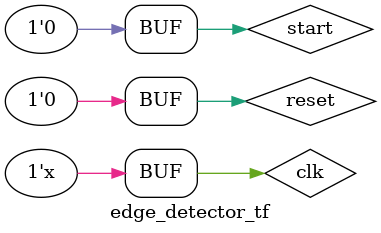
<source format=v>
`timescale 1ns / 1ps


module edge_detector_tf;

	// Inputs
	reg reset;
	reg clk;
	reg start;
	reg [35:0] read_data;

	// Outputs
	wire done;
	wire [18:0] read_addr;
	wire [18:0] write_addr;
	wire write_data;

	// Instantiate the Unit Under Test (UUT)
	edge_detector #(6,3,480) uut (
		.reset(reset), 
		.clk(clk), 
		.start(start), 
		.done(done), 
		.read_addr(read_addr), 
		.read_data(read_data), 
		.write_addr(write_addr), 
		.write_data(write_data)
	);

	always #5 clk=~clk;

	initial begin
		// Initialize Inputs
		reset = 0;
		clk = 0;
		start = 0;
		read_data = 0;

		// Wait 100 ns for global reset to finish
		#100;
		start = 1;
		#10;
		start = 0;
		// Add stimulus here
	end
	
	always @(*) begin
		case(read_addr)
			3: read_data = {10'd500, 20'b0};
			4: read_data = 0;
			5: read_data = 0;
			1027: read_data = {10'd500, 20'b0};
			1028: read_data = 0;
			1029: read_data = 0;
			2051: read_data = {10'd500, 20'b0};
			2052: read_data = 0;
			2053: read_data = 0;
			default: read_data = 0;
		endcase
	end
      
endmodule


</source>
